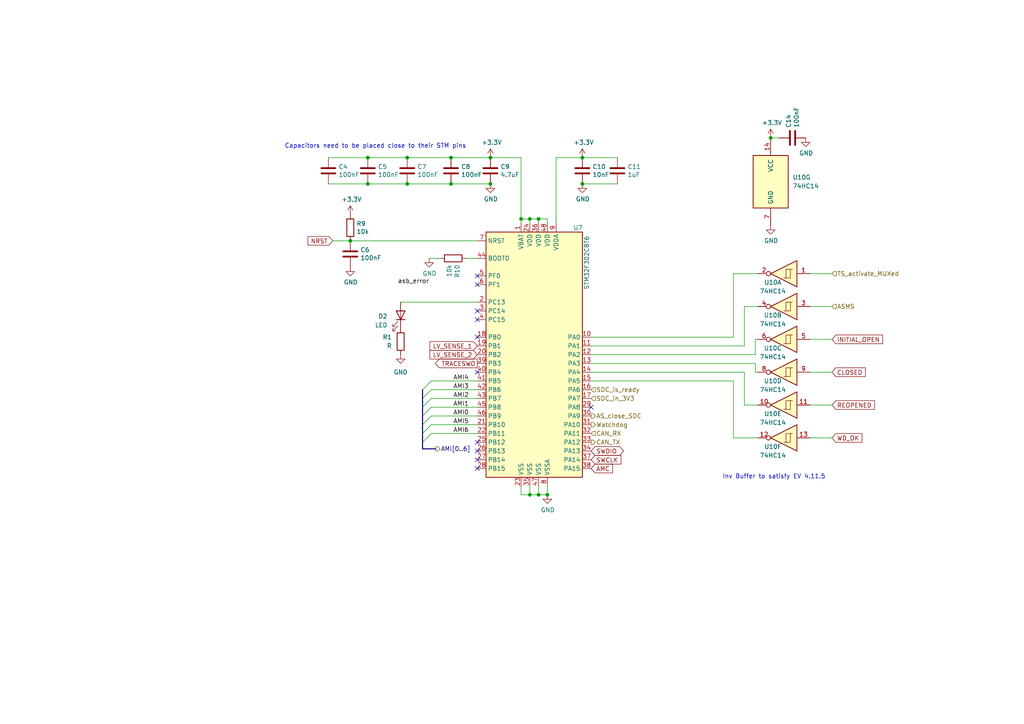
<source format=kicad_sch>
(kicad_sch (version 20211123) (generator eeschema)
  (paper "A4")
  (title_block (title "SDCL - CU") (date "2021-12-16") (rev "v1.0") (company "FaSTTUBe - Formula Student Team TU Berlin") (comment 1 "Car 113") (comment 2 "EBS Electronics") (comment 3 "CU for CAN Bus connection to supervisor"))
  (lib_symbols
    (symbol "74xx:74HC14" (pin_names (offset 1.016))
      (property "Reference" "U" (at 0 1.27 0))
      (property "Value" "74HC14" (at 0 -1.27 0))
      (symbol "74HC14_1_0"
        (polyline (pts (xy -3.81 3.81) (xy -3.81 -3.81) (xy 3.81 0) (xy -3.81 3.81)) (stroke (width 0.254)) (fill (type background)))
        (pin input line (at -7.62 0 0) (length 3.81) (name "~") (number "1"))
        (pin output inverted (at 7.62 0 180) (length 3.81) (name "~") (number "2"))
      )
      (symbol "74HC14_1_1"
        (polyline (pts (xy -1.905 -1.27) (xy -1.905 1.27) (xy -0.635 1.27)))
        (polyline (pts (xy -2.54 -1.27) (xy -0.635 -1.27) (xy -0.635 1.27) (xy 0 1.27)))
      )
      (symbol "74HC14_2_0"
        (polyline (pts (xy -3.81 3.81) (xy -3.81 -3.81) (xy 3.81 0) (xy -3.81 3.81)) (stroke (width 0.254)) (fill (type background)))
        (pin input line (at -7.62 0 0) (length 3.81) (name "~") (number "3"))
        (pin output inverted (at 7.62 0 180) (length 3.81) (name "~") (number "4"))
      )
      (symbol "74HC14_2_1"
        (polyline (pts (xy -1.905 -1.27) (xy -1.905 1.27) (xy -0.635 1.27)))
        (polyline (pts (xy -2.54 -1.27) (xy -0.635 -1.27) (xy -0.635 1.27) (xy 0 1.27)))
      )
      (symbol "74HC14_3_0"
        (polyline (pts (xy -3.81 3.81) (xy -3.81 -3.81) (xy 3.81 0) (xy -3.81 3.81)) (stroke (width 0.254)) (fill (type background)))
        (pin input line (at -7.62 0 0) (length 3.81) (name "~") (number "5"))
        (pin output inverted (at 7.62 0 180) (length 3.81) (name "~") (number "6"))
      )
      (symbol "74HC14_3_1"
        (polyline (pts (xy -1.905 -1.27) (xy -1.905 1.27) (xy -0.635 1.27)))
        (polyline (pts (xy -2.54 -1.27) (xy -0.635 -1.27) (xy -0.635 1.27) (xy 0 1.27)))
      )
      (symbol "74HC14_4_0"
        (polyline (pts (xy -3.81 3.81) (xy -3.81 -3.81) (xy 3.81 0) (xy -3.81 3.81)) (stroke (width 0.254)) (fill (type background)))
        (pin output inverted (at 7.62 0 180) (length 3.81) (name "~") (number "8"))
        (pin input line (at -7.62 0 0) (length 3.81) (name "~") (number "9"))
      )
      (symbol "74HC14_4_1"
        (polyline (pts (xy -1.905 -1.27) (xy -1.905 1.27) (xy -0.635 1.27)))
        (polyline (pts (xy -2.54 -1.27) (xy -0.635 -1.27) (xy -0.635 1.27) (xy 0 1.27)))
      )
      (symbol "74HC14_5_0"
        (polyline (pts (xy -3.81 3.81) (xy -3.81 -3.81) (xy 3.81 0) (xy -3.81 3.81)) (stroke (width 0.254)) (fill (type background)))
        (pin output inverted (at 7.62 0 180) (length 3.81) (name "~") (number "10"))
        (pin input line (at -7.62 0 0) (length 3.81) (name "~") (number "11"))
      )
      (symbol "74HC14_5_1"
        (polyline (pts (xy -1.905 -1.27) (xy -1.905 1.27) (xy -0.635 1.27)))
        (polyline (pts (xy -2.54 -1.27) (xy -0.635 -1.27) (xy -0.635 1.27) (xy 0 1.27)))
      )
      (symbol "74HC14_6_0"
        (polyline (pts (xy -3.81 3.81) (xy -3.81 -3.81) (xy 3.81 0) (xy -3.81 3.81)) (stroke (width 0.254)) (fill (type background)))
        (pin output inverted (at 7.62 0 180) (length 3.81) (name "~") (number "12"))
        (pin input line (at -7.62 0 0) (length 3.81) (name "~") (number "13"))
      )
      (symbol "74HC14_6_1"
        (polyline (pts (xy -1.905 -1.27) (xy -1.905 1.27) (xy -0.635 1.27)))
        (polyline (pts (xy -2.54 -1.27) (xy -0.635 -1.27) (xy -0.635 1.27) (xy 0 1.27)))
      )
      (symbol "74HC14_7_0"
        (pin power_in line (at 0 12.7 270) (length 5.08) (name "VCC") (number "14"))
        (pin power_in line (at 0 -12.7 90) (length 5.08) (name "GND") (number "7"))
      )
      (symbol "74HC14_7_1"
        (rectangle (start -5.08 7.62) (end 5.08 -7.62) (stroke (width 0.254)) (fill (type background)))
      )
    )
    (symbol "Device:C" (pin_numbers hide) (pin_names (offset 0.254))
      (property "Reference" "C" (at 0.635 2.54 0))
      (property "Value" "C" (at 0.635 -2.54 0))
      (symbol "C_0_1"
        (polyline (pts (xy -2.032 -0.762) (xy 2.032 -0.762)) (stroke (width 0.508)))
        (polyline (pts (xy -2.032 0.762) (xy 2.032 0.762)) (stroke (width 0.508)))
      )
      (symbol "C_1_1"
        (pin passive line (at 0 3.81 270) (length 2.794) (name "~") (number "1"))
        (pin passive line (at 0 -3.81 90) (length 2.794) (name "~") (number "2"))
      )
    )
    (symbol "Device:LED" (pin_numbers hide) (pin_names (offset 1.016) hide)
      (property "Reference" "D" (at 0 2.54 0))
      (property "Value" "LED" (at 0 -2.54 0))
      (symbol "LED_0_1"
        (polyline (pts (xy -1.27 -1.27) (xy -1.27 1.27)) (stroke (width 0.254)))
        (polyline (pts (xy -1.27 0) (xy 1.27 0)))
        (polyline (pts (xy 1.27 -1.27) (xy 1.27 1.27) (xy -1.27 0) (xy 1.27 -1.27)) (stroke (width 0.254)))
        (polyline (pts (xy -3.048 -0.762) (xy -4.572 -2.286) (xy -3.81 -2.286) (xy -4.572 -2.286) (xy -4.572 -1.524)))
        (polyline (pts (xy -1.778 -0.762) (xy -3.302 -2.286) (xy -2.54 -2.286) (xy -3.302 -2.286) (xy -3.302 -1.524)))
      )
      (symbol "LED_1_1"
        (pin passive line (at -3.81 0 0) (length 2.54) (name "K") (number "1"))
        (pin passive line (at 3.81 0 180) (length 2.54) (name "A") (number "2"))
      )
    )
    (symbol "Device:R" (pin_numbers hide) (pin_names (offset 0))
      (property "Reference" "R" (at 2.032 0 90))
      (property "Value" "R" (at 0 0 90))
      (symbol "R_0_1"
        (rectangle (start -1.016 -2.54) (end 1.016 2.54) (stroke (width 0.254)))
      )
      (symbol "R_1_1"
        (pin passive line (at 0 3.81 270) (length 1.27) (name "~") (number "1"))
        (pin passive line (at 0 -3.81 90) (length 1.27) (name "~") (number "2"))
      )
    )
    (symbol "MCU_ST_STM32F3:STM32F302C8Tx"
      (property "Reference" "U" (at -15.24 36.83 0))
      (property "Value" "STM32F302C8Tx" (at 7.62 36.83 0))
      (symbol "STM32F302C8Tx_0_1"
        (rectangle (start -15.24 -35.56) (end 12.7 35.56) (stroke (width 0.254)) (fill (type background)))
      )
      (symbol "STM32F302C8Tx_1_1"
        (pin power_in line (at -5.08 38.1 270) (length 2.54) (name "VBAT") (number "1"))
        (pin bidirectional line (at 15.24 5.08 180) (length 2.54) (name "PA0") (number "10"))
        (pin bidirectional line (at 15.24 2.54 180) (length 2.54) (name "PA1") (number "11"))
        (pin bidirectional line (at 15.24 0 180) (length 2.54) (name "PA2") (number "12"))
        (pin bidirectional line (at 15.24 -2.54 180) (length 2.54) (name "PA3") (number "13"))
        (pin bidirectional line (at 15.24 -5.08 180) (length 2.54) (name "PA4") (number "14"))
        (pin bidirectional line (at 15.24 -7.62 180) (length 2.54) (name "PA5") (number "15"))
        (pin bidirectional line (at 15.24 -10.16 180) (length 2.54) (name "PA6") (number "16"))
        (pin bidirectional line (at 15.24 -12.7 180) (length 2.54) (name "PA7") (number "17"))
        (pin bidirectional line (at -17.78 5.08 0) (length 2.54) (name "PB0") (number "18"))
        (pin bidirectional line (at -17.78 2.54 0) (length 2.54) (name "PB1") (number "19"))
        (pin bidirectional line (at -17.78 15.24 0) (length 2.54) (name "PC13") (number "2"))
        (pin bidirectional line (at -17.78 0 0) (length 2.54) (name "PB2") (number "20"))
        (pin bidirectional line (at -17.78 -20.32 0) (length 2.54) (name "PB10") (number "21"))
        (pin bidirectional line (at -17.78 -22.86 0) (length 2.54) (name "PB11") (number "22"))
        (pin power_in line (at -5.08 -38.1 90) (length 2.54) (name "VSS") (number "23"))
        (pin power_in line (at -2.54 38.1 270) (length 2.54) (name "VDD") (number "24"))
        (pin bidirectional line (at -17.78 -25.4 0) (length 2.54) (name "PB12") (number "25"))
        (pin bidirectional line (at -17.78 -27.94 0) (length 2.54) (name "PB13") (number "26"))
        (pin bidirectional line (at -17.78 -30.48 0) (length 2.54) (name "PB14") (number "27"))
        (pin bidirectional line (at -17.78 -33.02 0) (length 2.54) (name "PB15") (number "28"))
        (pin bidirectional line (at 15.24 -15.24 180) (length 2.54) (name "PA8") (number "29"))
        (pin bidirectional line (at -17.78 12.7 0) (length 2.54) (name "PC14") (number "3"))
        (pin bidirectional line (at 15.24 -17.78 180) (length 2.54) (name "PA9") (number "30"))
        (pin bidirectional line (at 15.24 -20.32 180) (length 2.54) (name "PA10") (number "31"))
        (pin bidirectional line (at 15.24 -22.86 180) (length 2.54) (name "PA11") (number "32"))
        (pin bidirectional line (at 15.24 -25.4 180) (length 2.54) (name "PA12") (number "33"))
        (pin bidirectional line (at 15.24 -27.94 180) (length 2.54) (name "PA13") (number "34"))
        (pin power_in line (at -2.54 -38.1 90) (length 2.54) (name "VSS") (number "35"))
        (pin power_in line (at 0 38.1 270) (length 2.54) (name "VDD") (number "36"))
        (pin bidirectional line (at 15.24 -30.48 180) (length 2.54) (name "PA14") (number "37"))
        (pin bidirectional line (at 15.24 -33.02 180) (length 2.54) (name "PA15") (number "38"))
        (pin bidirectional line (at -17.78 -2.54 0) (length 2.54) (name "PB3") (number "39"))
        (pin bidirectional line (at -17.78 10.16 0) (length 2.54) (name "PC15") (number "4"))
        (pin bidirectional line (at -17.78 -5.08 0) (length 2.54) (name "PB4") (number "40"))
        (pin bidirectional line (at -17.78 -7.62 0) (length 2.54) (name "PB5") (number "41"))
        (pin bidirectional line (at -17.78 -10.16 0) (length 2.54) (name "PB6") (number "42"))
        (pin bidirectional line (at -17.78 -12.7 0) (length 2.54) (name "PB7") (number "43"))
        (pin input line (at -17.78 27.94 0) (length 2.54) (name "BOOT0") (number "44"))
        (pin bidirectional line (at -17.78 -15.24 0) (length 2.54) (name "PB8") (number "45"))
        (pin bidirectional line (at -17.78 -17.78 0) (length 2.54) (name "PB9") (number "46"))
        (pin power_in line (at 0 -38.1 90) (length 2.54) (name "VSS") (number "47"))
        (pin power_in line (at 2.54 38.1 270) (length 2.54) (name "VDD") (number "48"))
        (pin input line (at -17.78 22.86 0) (length 2.54) (name "PF0") (number "5"))
        (pin input line (at -17.78 20.32 0) (length 2.54) (name "PF1") (number "6"))
        (pin input line (at -17.78 33.02 0) (length 2.54) (name "NRST") (number "7"))
        (pin power_in line (at 2.54 -38.1 90) (length 2.54) (name "VSSA") (number "8"))
        (pin power_in line (at 5.08 38.1 270) (length 2.54) (name "VDDA") (number "9"))
      )
    )
    (symbol "power:+3.3V" (power) (pin_names (offset 0))
      (property "Value" "+3.3V" (at 0 3.556 0))
      (symbol "+3.3V_0_1"
        (polyline (pts (xy -0.762 1.27) (xy 0 2.54)))
        (polyline (pts (xy 0 0) (xy 0 2.54)))
        (polyline (pts (xy 0 2.54) (xy 0.762 1.27)))
      )
      (symbol "+3.3V_1_1"
        (pin power_in line (at 0 0 90) (length 0) hide (name "+3.3V") (number "1"))
      )
    )
    (symbol "power:GND" (power) (pin_names (offset 0))
      (property "Value" "GND" (at 0 -3.81 0))
      (symbol "GND_0_1"
        (polyline (pts (xy 0 0) (xy 0 -1.27) (xy 1.27 -1.27) (xy 0 -2.54) (xy -1.27 -1.27) (xy 0 -1.27)))
      )
      (symbol "GND_1_1"
        (pin power_in line (at 0 0 270) (length 0) hide (name "GND") (number "1"))
      )
    )
  )
  (junction (at 223.52 40.005))
  (junction (at 106.68 45.72))
  (junction (at 142.24 53.34))
  (junction (at 118.11 45.72))
  (junction (at 118.11 53.34))
  (junction (at 106.68 53.34))
  (junction (at 153.67 63.5))
  (junction (at 168.91 45.72))
  (junction (at 130.81 53.34))
  (junction (at 142.24 45.72))
  (junction (at 158.75 143.51))
  (junction (at 101.6 69.85))
  (junction (at 156.21 63.5))
  (junction (at 153.67 143.51))
  (junction (at 151.13 63.5))
  (junction (at 130.81 45.72))
  (junction (at 156.21 143.51))
  (junction (at 168.91 53.34))
  (no_connect (at 138.43 133.35))
  (no_connect (at 138.43 82.55))
  (no_connect (at 138.43 92.71))
  (no_connect (at 138.43 128.27))
  (no_connect (at 138.43 80.01))
  (no_connect (at 171.45 118.11))
  (no_connect (at 138.43 90.17))
  (no_connect (at 138.43 97.79))
  (no_connect (at 138.43 130.81))
  (no_connect (at 138.43 107.95))
  (no_connect (at 138.43 135.89))
  (bus_entry (at 122.555 118.11) (size 2.54 -2.54))
  (bus_entry (at 122.555 120.65) (size 2.54 -2.54))
  (bus_entry (at 122.555 123.19) (size 2.54 -2.54))
  (bus_entry (at 122.555 125.73) (size 2.54 -2.54))
  (bus_entry (at 122.555 128.27) (size 2.54 -2.54))
  (bus_entry (at 122.555 113.03) (size 2.54 -2.54))
  (bus_entry (at 122.555 115.57) (size 2.54 -2.54))
  (wire (pts (xy 153.67 63.5) (xy 153.67 64.77)))
  (wire (pts (xy 212.725 79.375) (xy 219.71 79.375)))
  (wire (pts (xy 127.635 74.93) (xy 124.46 74.93)))
  (wire (pts (xy 158.75 63.5) (xy 156.21 63.5)))
  (wire (pts (xy 161.29 45.72) (xy 161.29 64.77)))
  (wire (pts (xy 125.095 120.65) (xy 138.43 120.65)))
  (wire (pts (xy 153.67 140.97) (xy 153.67 143.51)))
  (wire (pts (xy 219.71 88.9) (xy 215.9 88.9)))
  (wire (pts (xy 156.21 140.97) (xy 156.21 143.51)))
  (wire (pts (xy 158.75 64.77) (xy 158.75 63.5)))
  (wire (pts (xy 158.75 143.51) (xy 156.21 143.51)))
  (wire (pts (xy 219.075 98.425) (xy 219.075 102.87)))
  (wire (pts (xy 130.81 53.34) (xy 142.24 53.34)))
  (wire (pts (xy 125.095 118.11) (xy 138.43 118.11)))
  (bus (pts (xy 122.555 113.03) (xy 122.555 115.57)))
  (wire (pts (xy 168.91 53.34) (xy 179.07 53.34)))
  (wire (pts (xy 219.075 98.425) (xy 219.71 98.425)))
  (wire (pts (xy 142.24 45.72) (xy 151.13 45.72)))
  (wire (pts (xy 96.52 69.85) (xy 101.6 69.85)))
  (wire (pts (xy 156.21 63.5) (xy 153.67 63.5)))
  (bus (pts (xy 122.555 130.175) (xy 126.365 130.175)))
  (wire (pts (xy 212.725 127) (xy 212.725 110.49)))
  (bus (pts (xy 122.555 128.27) (xy 122.555 130.175)))
  (bus (pts (xy 122.555 118.11) (xy 122.555 120.65)))
  (wire (pts (xy 125.095 125.73) (xy 138.43 125.73)))
  (wire (pts (xy 219.075 107.95) (xy 219.075 105.41)))
  (wire (pts (xy 234.95 127) (xy 241.3 127)))
  (wire (pts (xy 226.06 40.005) (xy 223.52 40.005)))
  (wire (pts (xy 161.29 45.72) (xy 168.91 45.72)))
  (bus (pts (xy 122.555 115.57) (xy 122.555 118.11)))
  (wire (pts (xy 219.71 117.475) (xy 215.9 117.475)))
  (wire (pts (xy 171.45 97.79) (xy 212.725 97.79)))
  (wire (pts (xy 101.6 69.85) (xy 138.43 69.85)))
  (wire (pts (xy 158.75 140.97) (xy 158.75 143.51)))
  (wire (pts (xy 219.075 102.87) (xy 171.45 102.87)))
  (wire (pts (xy 215.9 100.33) (xy 171.45 100.33)))
  (wire (pts (xy 125.095 115.57) (xy 138.43 115.57)))
  (wire (pts (xy 212.725 97.79) (xy 212.725 79.375)))
  (wire (pts (xy 138.43 87.63) (xy 116.205 87.63)))
  (wire (pts (xy 168.91 45.72) (xy 179.07 45.72)))
  (bus (pts (xy 122.555 123.19) (xy 122.555 125.73)))
  (wire (pts (xy 156.21 143.51) (xy 153.67 143.51)))
  (wire (pts (xy 215.9 88.9) (xy 215.9 100.33)))
  (wire (pts (xy 125.095 110.49) (xy 138.43 110.49)))
  (bus (pts (xy 122.555 125.73) (xy 122.555 128.27)))
  (wire (pts (xy 215.9 117.475) (xy 215.9 107.95)))
  (wire (pts (xy 234.95 117.475) (xy 241.3 117.475)))
  (wire (pts (xy 234.95 107.95) (xy 241.3 107.95)))
  (wire (pts (xy 219.075 105.41) (xy 171.45 105.41)))
  (bus (pts (xy 122.555 120.65) (xy 122.555 123.19)))
  (wire (pts (xy 125.095 123.19) (xy 138.43 123.19)))
  (wire (pts (xy 125.095 113.03) (xy 138.43 113.03)))
  (wire (pts (xy 135.255 74.93) (xy 138.43 74.93)))
  (wire (pts (xy 234.95 98.425) (xy 241.3 98.425)))
  (wire (pts (xy 219.075 107.95) (xy 219.71 107.95)))
  (wire (pts (xy 95.25 53.34) (xy 106.68 53.34)))
  (wire (pts (xy 151.13 140.97) (xy 151.13 143.51)))
  (wire (pts (xy 106.68 45.72) (xy 118.11 45.72)))
  (wire (pts (xy 219.71 127) (xy 212.725 127)))
  (wire (pts (xy 151.13 143.51) (xy 153.67 143.51)))
  (wire (pts (xy 106.68 53.34) (xy 118.11 53.34)))
  (wire (pts (xy 215.9 107.95) (xy 171.45 107.95)))
  (wire (pts (xy 234.95 79.375) (xy 241.3 79.375)))
  (wire (pts (xy 234.95 88.9) (xy 241.3 88.9)))
  (wire (pts (xy 106.68 45.72) (xy 95.25 45.72)))
  (wire (pts (xy 212.725 110.49) (xy 171.45 110.49)))
  (wire (pts (xy 151.13 63.5) (xy 151.13 64.77)))
  (wire (pts (xy 151.13 45.72) (xy 151.13 63.5)))
  (wire (pts (xy 118.11 53.34) (xy 130.81 53.34)))
  (wire (pts (xy 156.21 64.77) (xy 156.21 63.5)))
  (wire (pts (xy 153.67 63.5) (xy 151.13 63.5)))
  (wire (pts (xy 118.11 45.72) (xy 130.81 45.72)))
  (wire (pts (xy 130.81 45.72) (xy 142.24 45.72)))
  (text "Capacitors need to be placed close to their STM pins" (at 82.55 43.18 0) (effects (font (size 1.27 1.27)) (justify left bottom)))
  (text "Inv Buffer to satisfy EV 4.11.5" (at 209.55 139.065 0) (effects (font (size 1.27 1.27)) (justify left bottom)))
  (label "AMI3" (at 131.445 113.03 0))
  (label "AMI4" (at 131.445 110.49 0))
  (label "AMI2" (at 131.445 115.57 0))
  (label "AMI0" (at 131.445 120.65 0))
  (label "AMI6" (at 131.445 125.73 0))
  (label "AMI5" (at 131.445 123.19 0))
  (label "AMI1" (at 131.445 118.11 0))
  (label "asb_error" (at 124.46 82.55 180))
  (global_label "REOPENED" (shape input) (at 241.3 117.475 0) (property "Intersheet References" "${INTERSHEET_REFS}" (effects hide)))
  (global_label "CLOSED" (shape input) (at 241.3 107.95 0) (property "Intersheet References" "${INTERSHEET_REFS}" (effects hide)))
  (global_label "WD_OK" (shape input) (at 241.3 127 0) (property "Intersheet References" "${INTERSHEET_REFS}" (effects hide)))
  (global_label "LV_SENSE_2" (shape input) (at 138.43 102.87 180) (property "Intersheet References" "${INTERSHEET_REFS}" (effects hide)))
  (global_label "LV_SENSE_1" (shape input) (at 138.43 100.33 180) (property "Intersheet References" "${INTERSHEET_REFS}" (effects hide)))
  (global_label "SWDIO" (shape bidirectional) (at 171.45 130.81 0) (property "Intersheet References" "${INTERSHEET_REFS}" (effects hide)))
  (global_label "INITIAL_OPEN" (shape input) (at 241.3 98.425 0) (property "Intersheet References" "${INTERSHEET_REFS}" (effects hide)))
  (global_label "NRST" (shape input) (at 96.52 69.85 180) (property "Intersheet References" "${INTERSHEET_REFS}" (effects hide)))
  (global_label "AMC" (shape input) (at 171.45 135.89 0) (property "Intersheet References" "${INTERSHEET_REFS}" (effects hide)))
  (global_label "TRACESWO" (shape output) (at 138.43 105.41 180) (property "Intersheet References" "${INTERSHEET_REFS}" (effects hide)))
  (global_label "SWCLK" (shape input) (at 171.45 133.35 0) (property "Intersheet References" "${INTERSHEET_REFS}" (effects hide)))
  (hierarchical_label "SDC_is_ready" (shape input) (at 171.45 113.03 0))
  (hierarchical_label "CAN_RX" (shape input) (at 171.45 125.73 0))
  (hierarchical_label "CAN_TX" (shape output) (at 171.45 128.27 0))
  (hierarchical_label "ASMS" (shape input) (at 241.3 88.9 0))
  (hierarchical_label "AS_close_SDC" (shape output) (at 171.45 120.65 0))
  (hierarchical_label "TS_activate_MUXed" (shape input) (at 241.3 79.375 0))
  (hierarchical_label "Watchdog" (shape output) (at 171.45 123.19 0))
  (hierarchical_label "SDC_in_3V3" (shape input) (at 171.45 115.57 0))
  (hierarchical_label "AMI[0..6]" (shape output) (at 126.365 130.175 0))
  (symbol (lib_id "Device:C") (at 130.81 49.53 0) (unit 1)
    (property "Reference" "C8" (at 133.731 48.3616 0) (effects (justify left)))
    (property "Value" "100nF" (at 133.731 50.673 0) (effects (justify left)))
    (property "Footprint" "Capacitor_SMD:C_0603_1608Metric_Pad1.08x0.95mm_HandSolder" (effects hide))
  )
  (symbol (lib_id "Device:C") (at 142.24 49.53 0) (unit 1)
    (property "Reference" "C9" (at 145.161 48.3616 0) (effects (justify left)))
    (property "Value" "4.7uF" (at 145.161 50.673 0) (effects (justify left)))
    (property "Footprint" "Capacitor_SMD:C_0603_1608Metric_Pad1.08x0.95mm_HandSolder" (effects hide))
  )
  (symbol (lib_id "Device:C") (at 118.11 49.53 0) (unit 1)
    (property "Reference" "C7" (at 121.031 48.3616 0) (effects (justify left)))
    (property "Value" "100nF" (at 121.031 50.673 0) (effects (justify left)))
    (property "Footprint" "Capacitor_SMD:C_0603_1608Metric_Pad1.08x0.95mm_HandSolder" (effects hide))
  )
  (symbol (lib_id "Device:C") (at 106.68 49.53 0) (unit 1)
    (property "Reference" "C5" (at 109.601 48.3616 0) (effects (justify left)))
    (property "Value" "100nF" (at 109.601 50.673 0) (effects (justify left)))
    (property "Footprint" "Capacitor_SMD:C_0603_1608Metric_Pad1.08x0.95mm_HandSolder" (effects hide))
  )
  (symbol (lib_id "Device:C") (at 95.25 49.53 0) (unit 1)
    (property "Reference" "C4" (at 98.171 48.3616 0) (effects (justify left)))
    (property "Value" "100nF" (at 98.171 50.673 0) (effects (justify left)))
    (property "Footprint" "Capacitor_SMD:C_0603_1608Metric_Pad1.08x0.95mm_HandSolder" (effects hide))
  )
  (symbol (lib_id "power:GND") (at 142.24 53.34 0) (unit 1)
    (property "Reference" "#PWR0133" (effects hide))
    (property "Value" "GND" (at 142.367 57.7342 0))
  )
  (symbol (lib_id "power:GND") (at 158.75 143.51 0) (unit 1)
    (property "Reference" "#PWR0140" (effects hide))
    (property "Value" "GND" (at 158.877 147.9042 0))
  )
  (symbol (lib_id "Device:C") (at 168.91 49.53 0) (unit 1)
    (property "Reference" "C10" (at 171.831 48.3616 0) (effects (justify left)))
    (property "Value" "10nF" (at 171.831 50.673 0) (effects (justify left)))
    (property "Footprint" "Capacitor_SMD:C_0603_1608Metric_Pad1.08x0.95mm_HandSolder" (effects hide))
  )
  (symbol (lib_id "Device:C") (at 179.07 49.53 0) (unit 1)
    (property "Reference" "C11" (at 181.991 48.3616 0) (effects (justify left)))
    (property "Value" "1uF" (at 181.991 50.673 0) (effects (justify left)))
    (property "Footprint" "Capacitor_SMD:C_0603_1608Metric_Pad1.08x0.95mm_HandSolder" (effects hide))
  )
  (symbol (lib_id "power:GND") (at 168.91 53.34 0) (unit 1)
    (property "Reference" "#PWR0134" (effects hide))
    (property "Value" "GND" (at 169.037 57.7342 0))
  )
  (symbol (lib_id "Device:R") (at 131.445 74.93 270) (unit 1)
    (property "Reference" "R10" (at 132.6134 76.708 0) (effects (justify left)))
    (property "Value" "10k" (at 130.302 76.708 0) (effects (justify left)))
    (property "Footprint" "Resistor_SMD:R_0603_1608Metric_Pad0.98x0.95mm_HandSolder" (effects hide))
  )
  (symbol (lib_id "MCU_ST_STM32F3:STM32F302C8Tx") (at 156.21 102.87 0) (unit 1)
    (property "Reference" "U7" (at 167.64 66.04 0))
    (property "Value" "STM32F302C8T6" (at 170.18 76.2 90))
    (property "Footprint" "Package_QFP:LQFP-48_7x7mm_P0.5mm" (effects hide))
    (property "Datasheet" "http://www.st.com/st-web-ui/static/active/en/resource/technical/document/datasheet/DM00093333.pdf" (effects hide))
  )
  (symbol (lib_id "power:GND") (at 124.46 74.93 0) (unit 1)
    (property "Reference" "#PWR0136" (effects hide))
    (property "Value" "GND" (at 124.587 79.3242 0))
  )
  (symbol (lib_id "Device:R") (at 101.6 66.04 0) (unit 1)
    (property "Reference" "R9" (at 103.378 64.8716 0) (effects (justify left)))
    (property "Value" "10k" (at 103.378 67.183 0) (effects (justify left)))
    (property "Footprint" "Resistor_SMD:R_0603_1608Metric_Pad0.98x0.95mm_HandSolder" (effects hide))
  )
  (symbol (lib_id "Device:C") (at 101.6 73.66 0) (unit 1)
    (property "Reference" "C6" (at 104.521 72.4916 0) (effects (justify left)))
    (property "Value" "100nF" (at 104.521 74.803 0) (effects (justify left)))
    (property "Footprint" "Capacitor_SMD:C_0603_1608Metric_Pad1.08x0.95mm_HandSolder" (effects hide))
  )
  (symbol (lib_id "power:GND") (at 101.6 77.47 0) (unit 1)
    (property "Reference" "#PWR0135" (effects hide))
    (property "Value" "GND" (at 101.727 81.8642 0))
  )
  (symbol (lib_id "power:+3.3V") (at 142.24 45.72 0) (unit 1)
    (property "Reference" "#PWR0137" (effects hide))
    (property "Value" "+3.3V" (at 142.621 41.3258 0))
  )
  (symbol (lib_id "power:+3.3V") (at 168.91 45.72 0) (unit 1)
    (property "Reference" "#PWR0138" (effects hide))
    (property "Value" "+3.3V" (at 169.291 41.3258 0))
  )
  (symbol (lib_id "power:+3.3V") (at 101.6 62.23 0) (unit 1)
    (property "Reference" "#PWR0139" (effects hide))
    (property "Value" "+3.3V" (at 101.981 57.8358 0))
  )
  (symbol (lib_id "74xx:74HC14") (at 227.33 127 180) (unit 6)
    (property "Reference" "U10" (at 224.155 129.54 0))
    (property "Value" "74HC14" (at 224.155 132.08 0))
    (property "Footprint" "Package_SO:SOIC-14_3.9x8.7mm_P1.27mm" (effects hide))
    (property "Datasheet" "http://www.ti.com/lit/gpn/sn74HC14" (effects hide))
  )
  (symbol (lib_id "74xx:74HC14") (at 223.52 52.705 0) (unit 7)
    (property "Reference" "U10" (at 229.87 51.4349 0) (effects (justify left)))
    (property "Value" "74HC14" (at 229.87 53.9749 0) (effects (justify left)))
    (property "Footprint" "Package_SO:SOIC-14_3.9x8.7mm_P1.27mm" (effects hide))
    (property "Datasheet" "http://www.ti.com/lit/gpn/sn74HC14" (effects hide))
  )
  (symbol (lib_id "74xx:74HC14") (at 227.33 107.95 180) (unit 4)
    (property "Reference" "U10" (at 224.155 110.49 0))
    (property "Value" "74HC14" (at 224.155 113.03 0))
    (property "Footprint" "Package_SO:SOIC-14_3.9x8.7mm_P1.27mm" (effects hide))
    (property "Datasheet" "http://www.ti.com/lit/gpn/sn74HC14" (effects hide))
  )
  (symbol (lib_id "power:GND") (at 223.52 65.405 0) (unit 1)
    (property "Reference" "#PWR03" (effects hide))
    (property "Value" "GND" (at 223.647 69.7992 0))
  )
  (symbol (lib_id "power:GND") (at 233.68 40.005 0) (unit 1)
    (property "Reference" "#PWR04" (effects hide))
    (property "Value" "GND" (at 233.807 44.3992 0))
  )
  (symbol (lib_id "74xx:74HC14") (at 227.33 98.425 180) (unit 3)
    (property "Reference" "U10" (at 224.155 100.965 0))
    (property "Value" "74HC14" (at 224.155 103.505 0))
    (property "Footprint" "Package_SO:SOIC-14_3.9x8.7mm_P1.27mm" (effects hide))
    (property "Datasheet" "http://www.ti.com/lit/gpn/sn74HC14" (effects hide))
  )
  (symbol (lib_id "Device:LED") (at 116.205 91.44 270) (mirror x) (unit 1)
    (property "Reference" "D2" (at 112.395 91.7574 90) (effects (justify right)))
    (property "Value" "LED" (at 112.395 94.2974 90) (effects (justify right)))
    (property "Footprint" "LED_THT:LED_D5.0mm_Clear" (effects hide))
  )
  (symbol (lib_id "Device:R") (at 116.205 99.06 0) (mirror y) (unit 1)
    (property "Reference" "R1" (at 113.665 97.7899 0) (effects (justify left)))
    (property "Value" "R" (at 113.665 100.3299 0) (effects (justify left)))
    (property "Footprint" "Resistor_SMD:R_0603_1608Metric_Pad0.98x0.95mm_HandSolder" (effects hide))
  )
  (symbol (lib_id "power:GND") (at 116.205 102.87 0) (mirror y) (unit 1)
    (property "Reference" "#PWR01" (effects hide))
    (property "Value" "GND" (at 116.205 107.95 0))
  )
  (symbol (lib_id "74xx:74HC14") (at 227.33 79.375 180) (unit 1)
    (property "Reference" "U10" (at 224.155 81.915 0))
    (property "Value" "74HC14" (at 224.155 84.455 0))
    (property "Footprint" "Package_SO:SOIC-14_3.9x8.7mm_P1.27mm" (effects hide))
    (property "Datasheet" "http://www.ti.com/lit/gpn/sn74HC14" (effects hide))
  )
  (symbol (lib_id "74xx:74HC14") (at 227.33 88.9 180) (unit 2)
    (property "Reference" "U10" (at 224.155 91.44 0))
    (property "Value" "74HC14" (at 224.155 93.98 0))
    (property "Footprint" "Package_SO:SOIC-14_3.9x8.7mm_P1.27mm" (effects hide))
    (property "Datasheet" "http://www.ti.com/lit/gpn/sn74HC14" (effects hide))
  )
  (symbol (lib_id "power:+3.3V") (at 223.52 40.005 0) (unit 1)
    (property "Reference" "#PWR02" (effects hide))
    (property "Value" "+3.3V" (at 223.901 35.6108 0))
  )
  (symbol (lib_id "Device:C") (at 229.87 40.005 90) (unit 1)
    (property "Reference" "C14" (at 228.7016 37.084 0) (effects (justify left)))
    (property "Value" "100nF" (at 231.013 37.084 0) (effects (justify left)))
    (property "Footprint" "Capacitor_SMD:C_0603_1608Metric_Pad1.08x0.95mm_HandSolder" (effects hide))
  )
  (symbol (lib_id "74xx:74HC14") (at 227.33 117.475 180) (unit 5)
    (property "Reference" "U10" (at 224.155 120.015 0))
    (property "Value" "74HC14" (at 224.155 122.555 0))
    (property "Footprint" "Package_SO:SOIC-14_3.9x8.7mm_P1.27mm" (effects hide))
    (property "Datasheet" "http://www.ti.com/lit/gpn/sn74HC14" (effects hide))
  )
)
</source>
